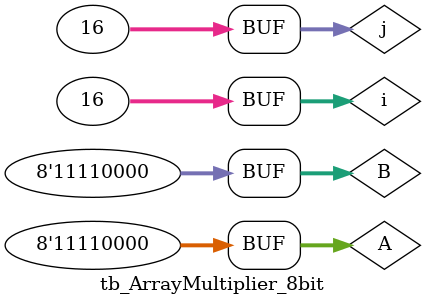
<source format=v>
`timescale 1ns/100ps

module tb_ArrayMultiplier_8bit();
	
	reg [7:0] A, B;
	wire [15:0] S;
	
	q3_AMP U1(A,B,S);
	defparam U1.n = 8;

	integer i, j;
	initial begin
		for(i = 0; i < 16; i=i+1) begin
			for(j = 0; j < 16; j=j+1) begin
				A <= i*16;
				B <= j*16;
				#1000;
			end
		end
	end
endmodule

</source>
